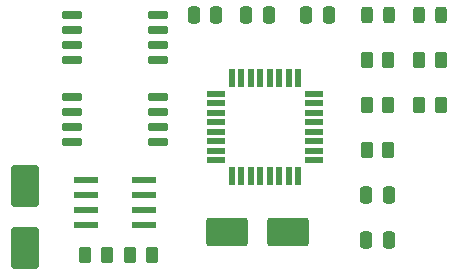
<source format=gtp>
%TF.GenerationSoftware,KiCad,Pcbnew,9.0.4*%
%TF.CreationDate,2025-09-27T01:32:14+08:00*%
%TF.ProjectId,KiCAD_Proj (MCU datalogger),4b694341-445f-4507-926f-6a20284d4355,rev?*%
%TF.SameCoordinates,Original*%
%TF.FileFunction,Paste,Top*%
%TF.FilePolarity,Positive*%
%FSLAX46Y46*%
G04 Gerber Fmt 4.6, Leading zero omitted, Abs format (unit mm)*
G04 Created by KiCad (PCBNEW 9.0.4) date 2025-09-27 01:32:14*
%MOMM*%
%LPD*%
G01*
G04 APERTURE LIST*
G04 Aperture macros list*
%AMRoundRect*
0 Rectangle with rounded corners*
0 $1 Rounding radius*
0 $2 $3 $4 $5 $6 $7 $8 $9 X,Y pos of 4 corners*
0 Add a 4 corners polygon primitive as box body*
4,1,4,$2,$3,$4,$5,$6,$7,$8,$9,$2,$3,0*
0 Add four circle primitives for the rounded corners*
1,1,$1+$1,$2,$3*
1,1,$1+$1,$4,$5*
1,1,$1+$1,$6,$7*
1,1,$1+$1,$8,$9*
0 Add four rect primitives between the rounded corners*
20,1,$1+$1,$2,$3,$4,$5,0*
20,1,$1+$1,$4,$5,$6,$7,0*
20,1,$1+$1,$6,$7,$8,$9,0*
20,1,$1+$1,$8,$9,$2,$3,0*%
G04 Aperture macros list end*
%ADD10RoundRect,0.250000X0.262500X0.450000X-0.262500X0.450000X-0.262500X-0.450000X0.262500X-0.450000X0*%
%ADD11RoundRect,0.243750X-0.243750X-0.456250X0.243750X-0.456250X0.243750X0.456250X-0.243750X0.456250X0*%
%ADD12RoundRect,0.250000X0.250000X0.475000X-0.250000X0.475000X-0.250000X-0.475000X0.250000X-0.475000X0*%
%ADD13RoundRect,0.250000X-0.250000X-0.475000X0.250000X-0.475000X0.250000X0.475000X-0.250000X0.475000X0*%
%ADD14RoundRect,0.076250X-0.768750X-0.228750X0.768750X-0.228750X0.768750X0.228750X-0.768750X0.228750X0*%
%ADD15RoundRect,0.250000X-0.262500X-0.450000X0.262500X-0.450000X0.262500X0.450000X-0.262500X0.450000X0*%
%ADD16RoundRect,0.250001X0.949999X-1.499999X0.949999X1.499999X-0.949999X1.499999X-0.949999X-1.499999X0*%
%ADD17RoundRect,0.068750X-0.666250X-0.206250X0.666250X-0.206250X0.666250X0.206250X-0.666250X0.206250X0*%
%ADD18RoundRect,0.068750X-0.206250X-0.666250X0.206250X-0.666250X0.206250X0.666250X-0.206250X0.666250X0*%
%ADD19RoundRect,0.250001X1.499999X0.949999X-1.499999X0.949999X-1.499999X-0.949999X1.499999X-0.949999X0*%
%ADD20RoundRect,0.073750X-0.911250X-0.221250X0.911250X-0.221250X0.911250X0.221250X-0.911250X0.221250X0*%
G04 APERTURE END LIST*
D10*
%TO.C,R3*%
X124737500Y-90170000D03*
X122912500Y-90170000D03*
%TD*%
D11*
%TO.C,D1*%
X127332500Y-78740000D03*
X129207500Y-78740000D03*
%TD*%
D10*
%TO.C,R2*%
X104695000Y-99060000D03*
X102870000Y-99060000D03*
%TD*%
D12*
%TO.C,C2*%
X124775000Y-93980000D03*
X122875000Y-93980000D03*
%TD*%
%TO.C,C4*%
X124775000Y-97790000D03*
X122875000Y-97790000D03*
%TD*%
D13*
%TO.C,C3*%
X112715000Y-78740000D03*
X114615000Y-78740000D03*
%TD*%
D10*
%TO.C,R5*%
X129182500Y-82550000D03*
X127357500Y-82550000D03*
%TD*%
D14*
%TO.C,U1*%
X97960000Y-85725000D03*
X97960000Y-86995000D03*
X97960000Y-88265000D03*
X97960000Y-89535000D03*
X105240000Y-89535000D03*
X105240000Y-88265000D03*
X105240000Y-86995000D03*
X105240000Y-85725000D03*
%TD*%
D15*
%TO.C,R7*%
X122912500Y-82550000D03*
X124737500Y-82550000D03*
%TD*%
D11*
%TO.C,D2*%
X122887500Y-78740000D03*
X124762500Y-78740000D03*
%TD*%
D16*
%TO.C,Y1*%
X93980000Y-98485000D03*
X93980000Y-93285000D03*
%TD*%
D13*
%TO.C,C5*%
X117795000Y-78740000D03*
X119695000Y-78740000D03*
%TD*%
D17*
%TO.C,U4*%
X110130000Y-85465000D03*
X110130000Y-86265000D03*
X110130000Y-87065000D03*
X110130000Y-87865000D03*
X110130000Y-88665000D03*
X110130000Y-89465000D03*
X110130000Y-90265000D03*
X110130000Y-91065000D03*
D18*
X111500000Y-92435000D03*
X112300000Y-92435000D03*
X113100000Y-92435000D03*
X113900000Y-92435000D03*
X114700000Y-92435000D03*
X115500000Y-92435000D03*
X116300000Y-92435000D03*
X117100000Y-92435000D03*
D17*
X118470000Y-91065000D03*
X118470000Y-90265000D03*
X118470000Y-89465000D03*
X118470000Y-88665000D03*
X118470000Y-87865000D03*
X118470000Y-87065000D03*
X118470000Y-86265000D03*
X118470000Y-85465000D03*
D18*
X117100000Y-84095000D03*
X116300000Y-84095000D03*
X115500000Y-84095000D03*
X114700000Y-84095000D03*
X113900000Y-84095000D03*
X113100000Y-84095000D03*
X112300000Y-84095000D03*
X111500000Y-84095000D03*
%TD*%
D10*
%TO.C,R4*%
X124737500Y-86360000D03*
X122912500Y-86360000D03*
%TD*%
D19*
%TO.C,Y2*%
X116265000Y-97155000D03*
X111065000Y-97155000D03*
%TD*%
D13*
%TO.C,C1*%
X108270000Y-78740000D03*
X110170000Y-78740000D03*
%TD*%
D15*
%TO.C,R1*%
X99060000Y-99060000D03*
X100885000Y-99060000D03*
%TD*%
D14*
%TO.C,U3*%
X97960000Y-78740000D03*
X97960000Y-80010000D03*
X97960000Y-81280000D03*
X97960000Y-82550000D03*
X105240000Y-82550000D03*
X105240000Y-81280000D03*
X105240000Y-80010000D03*
X105240000Y-78740000D03*
%TD*%
D15*
%TO.C,R6*%
X127357500Y-86360000D03*
X129182500Y-86360000D03*
%TD*%
D20*
%TO.C,U2*%
X99125000Y-92710000D03*
X99125000Y-93980000D03*
X99125000Y-95250000D03*
X99125000Y-96520000D03*
X104075000Y-96520000D03*
X104075000Y-95250000D03*
X104075000Y-93980000D03*
X104075000Y-92710000D03*
%TD*%
M02*

</source>
